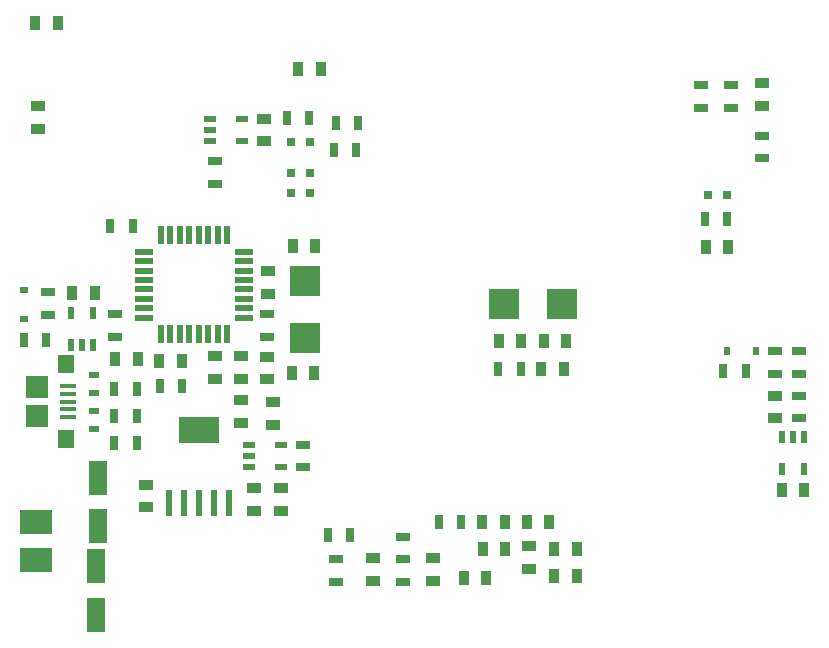
<source format=gtp>
G04*
G04 #@! TF.GenerationSoftware,Altium Limited,Altium Designer,20.0.7 (75)*
G04*
G04 Layer_Color=8421504*
%FSLAX44Y44*%
%MOMM*%
G71*
G01*
G75*
%ADD17R,0.9000X0.6000*%
%ADD18R,1.3000X0.7000*%
%ADD19R,0.7000X1.3000*%
%ADD20R,0.8000X0.8000*%
%ADD21R,1.0000X0.5500*%
%ADD22R,0.5500X1.0000*%
%ADD23R,2.6000X2.5000*%
%ADD24R,2.5000X2.6000*%
%ADD25R,0.6858X0.5588*%
%ADD26R,0.5588X0.6858*%
%ADD27R,1.3000X0.9000*%
%ADD28R,0.9000X1.3000*%
%ADD29R,1.3500X0.4000*%
%ADD30R,1.4000X1.6000*%
%ADD31R,1.9000X1.9000*%
%ADD32R,0.6000X2.2000*%
%ADD33R,3.5000X2.2000*%
%ADD34R,1.6000X3.0000*%
%ADD35R,2.7000X2.0000*%
%ADD36R,1.5500X0.5500*%
%ADD37R,0.5500X1.5500*%
D17*
X70000Y223500D02*
D03*
Y208500D02*
D03*
Y178000D02*
D03*
Y193000D02*
D03*
D18*
X173000Y385500D02*
D03*
Y404500D02*
D03*
X88000Y256000D02*
D03*
Y275000D02*
D03*
X217000Y256000D02*
D03*
Y275000D02*
D03*
X584000Y469000D02*
D03*
Y450000D02*
D03*
X610000D02*
D03*
Y469000D02*
D03*
X636000Y426000D02*
D03*
Y407000D02*
D03*
X667000Y206000D02*
D03*
Y187000D02*
D03*
X31000Y274500D02*
D03*
Y293500D02*
D03*
X275000Y48500D02*
D03*
Y67500D02*
D03*
X247000Y164500D02*
D03*
Y145500D02*
D03*
X647000Y243500D02*
D03*
Y224500D02*
D03*
X331978Y67614D02*
D03*
Y86614D02*
D03*
X332000Y67500D02*
D03*
Y48500D02*
D03*
X667000Y224500D02*
D03*
Y243500D02*
D03*
D19*
X294000Y437000D02*
D03*
X275000D02*
D03*
X273500Y414000D02*
D03*
X292500D02*
D03*
X103000Y350000D02*
D03*
X84000D02*
D03*
X106500Y212000D02*
D03*
X87500D02*
D03*
Y189000D02*
D03*
X106500D02*
D03*
X87500Y166000D02*
D03*
X106500D02*
D03*
X381500Y99000D02*
D03*
X362500D02*
D03*
X603000Y227000D02*
D03*
X622000D02*
D03*
X252500Y441000D02*
D03*
X233500D02*
D03*
X412500Y229000D02*
D03*
X431500D02*
D03*
X606500Y356000D02*
D03*
X587500D02*
D03*
X30000Y253000D02*
D03*
X11000D02*
D03*
X268500Y88000D02*
D03*
X287500D02*
D03*
X126000Y214000D02*
D03*
X145000D02*
D03*
D20*
X606000Y376000D02*
D03*
X590000D02*
D03*
X253000Y421000D02*
D03*
X237000D02*
D03*
X253000Y395000D02*
D03*
X237000D02*
D03*
X253000Y378000D02*
D03*
X237000D02*
D03*
D21*
X195500Y421500D02*
D03*
Y440500D02*
D03*
X168500Y421500D02*
D03*
Y431000D02*
D03*
Y440500D02*
D03*
X228500Y145500D02*
D03*
Y164500D02*
D03*
X201500Y145500D02*
D03*
Y155000D02*
D03*
Y164500D02*
D03*
D22*
X69500Y276000D02*
D03*
X50500D02*
D03*
X69500Y249000D02*
D03*
X60000D02*
D03*
X50500D02*
D03*
X652500Y144000D02*
D03*
X671500D02*
D03*
X652500Y171000D02*
D03*
X662000D02*
D03*
X671500D02*
D03*
D23*
X249000Y303500D02*
D03*
Y254500D02*
D03*
D24*
X417500Y284000D02*
D03*
X466500D02*
D03*
D25*
X11000Y270808D02*
D03*
Y295192D02*
D03*
D26*
X631000Y244000D02*
D03*
X606616D02*
D03*
D27*
X217000Y239000D02*
D03*
Y220000D02*
D03*
X195000Y220500D02*
D03*
Y239500D02*
D03*
X218000Y311500D02*
D03*
Y292500D02*
D03*
X173000Y220500D02*
D03*
Y239500D02*
D03*
X23000Y451000D02*
D03*
Y432000D02*
D03*
X636000Y470500D02*
D03*
Y451500D02*
D03*
X114000Y130500D02*
D03*
Y111500D02*
D03*
X206000Y127500D02*
D03*
Y108500D02*
D03*
X307000Y68500D02*
D03*
Y49500D02*
D03*
X357000Y68500D02*
D03*
Y49500D02*
D03*
X214000Y421500D02*
D03*
Y440500D02*
D03*
X222000Y200500D02*
D03*
Y181500D02*
D03*
X647000Y187000D02*
D03*
Y206000D02*
D03*
X229000Y127500D02*
D03*
Y108500D02*
D03*
X195000Y202000D02*
D03*
Y183000D02*
D03*
X439000Y78500D02*
D03*
Y59500D02*
D03*
D28*
X144500Y235000D02*
D03*
X125500D02*
D03*
X257500Y333000D02*
D03*
X238500D02*
D03*
X257000Y225000D02*
D03*
X238000D02*
D03*
X402500Y52000D02*
D03*
X383500D02*
D03*
X39500Y522000D02*
D03*
X20500D02*
D03*
X460000Y76000D02*
D03*
X479000D02*
D03*
X449000Y229000D02*
D03*
X468000D02*
D03*
X262500Y483000D02*
D03*
X243500D02*
D03*
X399500Y76000D02*
D03*
X418500D02*
D03*
X399000Y99000D02*
D03*
X418000D02*
D03*
X456000D02*
D03*
X437000D02*
D03*
X413000Y252000D02*
D03*
X432000D02*
D03*
X470000D02*
D03*
X451000D02*
D03*
X671500Y126000D02*
D03*
X652500D02*
D03*
X71000Y293000D02*
D03*
X52000D02*
D03*
X107500Y237000D02*
D03*
X88500D02*
D03*
X607500Y332000D02*
D03*
X588500D02*
D03*
X479000Y53000D02*
D03*
X460000D02*
D03*
D29*
X48745Y214000D02*
D03*
Y207500D02*
D03*
Y201000D02*
D03*
Y194500D02*
D03*
Y188000D02*
D03*
D30*
X46495Y233000D02*
D03*
Y169000D02*
D03*
D31*
X21995Y213000D02*
D03*
Y189000D02*
D03*
D32*
X133600Y115000D02*
D03*
X146300D02*
D03*
X159000D02*
D03*
X171700D02*
D03*
X184400D02*
D03*
D33*
X159000Y177000D02*
D03*
D34*
X74000Y136500D02*
D03*
Y95500D02*
D03*
X72000Y61500D02*
D03*
Y20500D02*
D03*
D35*
X21000Y99000D02*
D03*
Y67000D02*
D03*
D36*
X197000Y272000D02*
D03*
Y280000D02*
D03*
Y288000D02*
D03*
Y296000D02*
D03*
Y304000D02*
D03*
Y312000D02*
D03*
Y320000D02*
D03*
Y328000D02*
D03*
X113000D02*
D03*
Y320000D02*
D03*
Y312000D02*
D03*
Y304000D02*
D03*
Y296000D02*
D03*
Y288000D02*
D03*
Y280000D02*
D03*
Y272000D02*
D03*
D37*
X183000Y342000D02*
D03*
X175000D02*
D03*
X167000D02*
D03*
X159000D02*
D03*
X151000D02*
D03*
X143000D02*
D03*
X135000D02*
D03*
X127000D02*
D03*
Y258000D02*
D03*
X135000D02*
D03*
X143000D02*
D03*
X151000D02*
D03*
X159000D02*
D03*
X167000D02*
D03*
X175000D02*
D03*
X183000D02*
D03*
M02*

</source>
